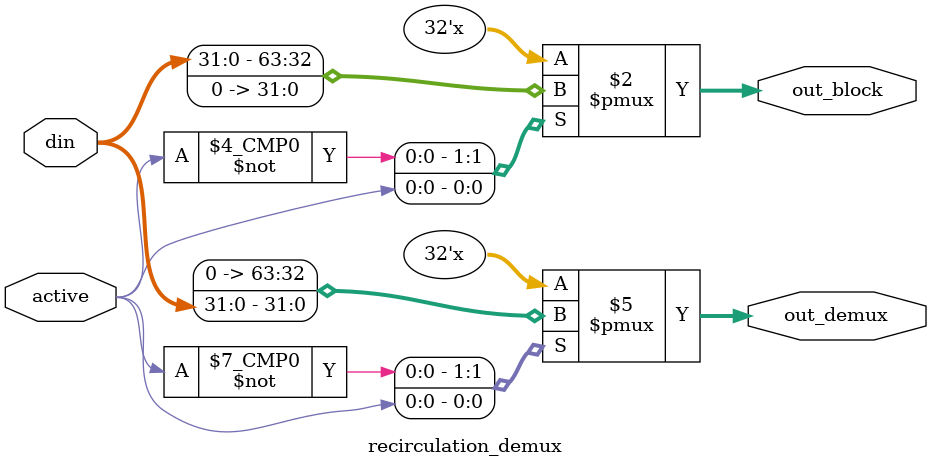
<source format=v>
module recirculation_demux(
	input [31:0]		din,				//Entrada del DEMUX
	input 				active,				//Entrada selectora (salida de la AND)
	output reg [31:0]	out_demux,			//Salida al DEMUX_Striping
	output reg [31:0]	out_block			//Salida de vuelta
);
	
	always @(*)
		begin: ReDEMUX
			case((active))
				0 : begin
					out_demux = 'b0;
					out_block = din;
					end
				1 : begin				
					out_demux = din;
					out_block = 'b0;
					end
			endcase
		end
endmodule
</source>
